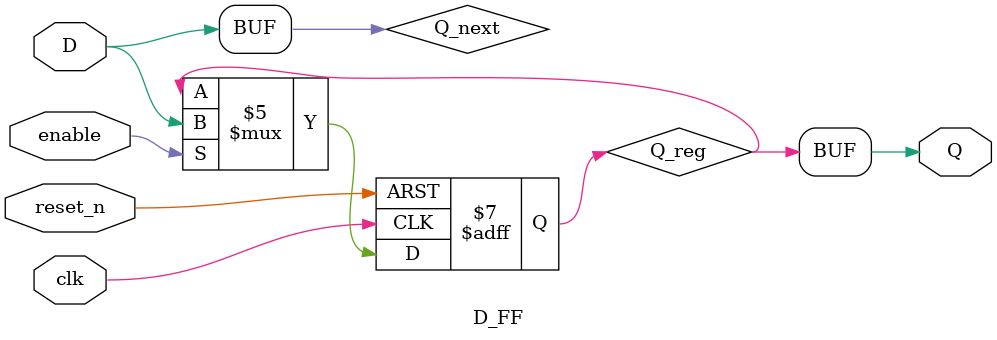
<source format=v>
`timescale 1ns / 1ps


module D_FF(
    input clk, reset_n, enable,
    input D,
    output Q
    );
    reg Q_next, Q_reg;
    
    always@(negedge clk or negedge reset_n)
    begin
        if(!reset_n)
            Q_reg <= 1'b0;
        else if(enable)
            Q_reg <= Q_next;
        else
            Q_reg <= Q_reg;
    end
    
    always@(D)
        Q_next = D;
    
    assign Q = Q_reg;
    /*
    always@(D or clear_n or set_n)
    begin
        if(!clear_n)
            Q_next = 1'b0;
        else if(!set_n)
            Q_next = 1'b1;
        else
            Q_next = D;
    end
    
    assign Q = Q_reg;
    */
    //T_FF FF(.T(D ^ Q), .clk(clk), .reset_n(reset_n), .Q(Q));
endmodule

</source>
